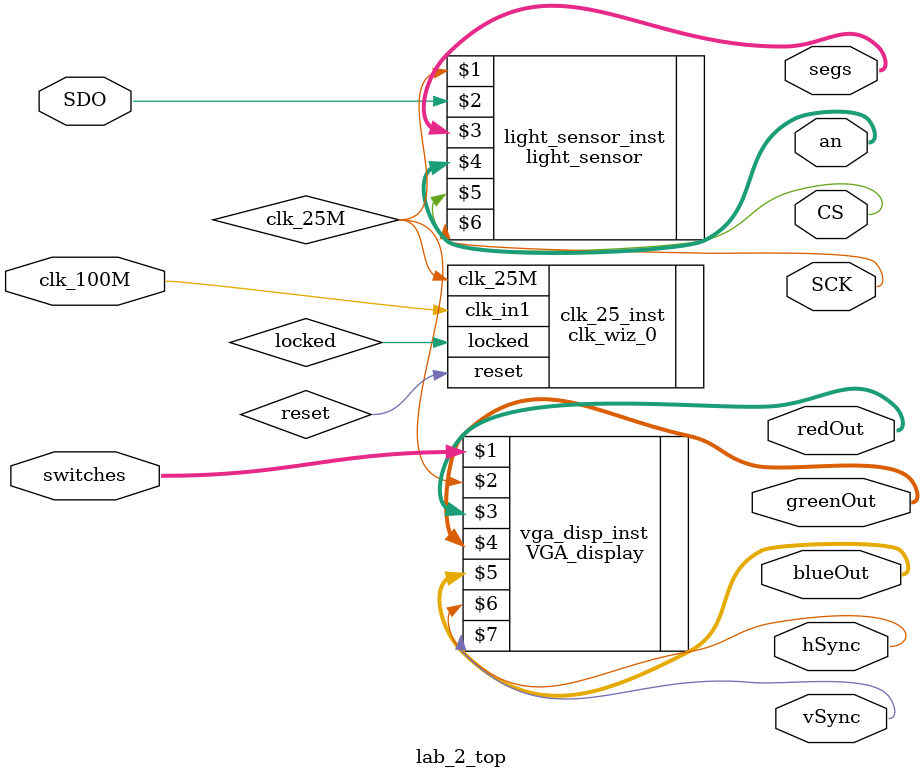
<source format=v>
`timescale 1ns / 1ps


module lab_2_top(
    input [2:0] switches,
    input clk_100M,
    input SDO,
    output [6:0] segs,
    output [3:0] an,
    output CS,
    output SCK,
    output hSync,
    output vSync,
    output [3:0] redOut,
    output [3:0] greenOut,
    output [3:0] blueOut
    );
    
    clk_wiz_0 clk_25_inst(
        .clk_25M(clk_25M),    
        .reset(reset), 
        .locked(locked),      
        .clk_in1(clk_100M));    //instantiate 25MHz clock
        
    light_sensor light_sensor_inst (clk_25M, SDO, segs, an, CS, SCK); //instantiate light sensor module
    VGA_display vga_disp_inst (switches, clk_25M, redOut, greenOut, blueOut, hSync, vSync); //instantiate VGA display module
endmodule

</source>
